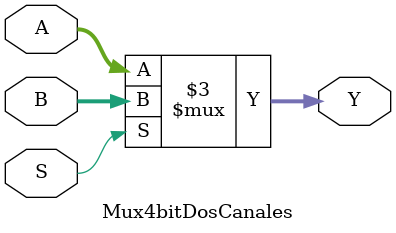
<source format=v>
`timescale 1ns / 1ps
module Mux4bitDosCanales(
    input [3:0]A,		//Entrada 0 de 32 bits
    input [3:0]B,		//Entrada 1 de 32 bits
    input S,				//Entrada de seleccion de 1 bit
    output reg [3:0]Y	//Salida de data seleccionada de 32 bits
    );

always @*		//Seleccion de data dependiendo de valor de S 
    if(S)
		Y = B;	//Si es uno, escoge B
	 else
		Y = A;	//Si es cero, escoge A

endmodule

</source>
